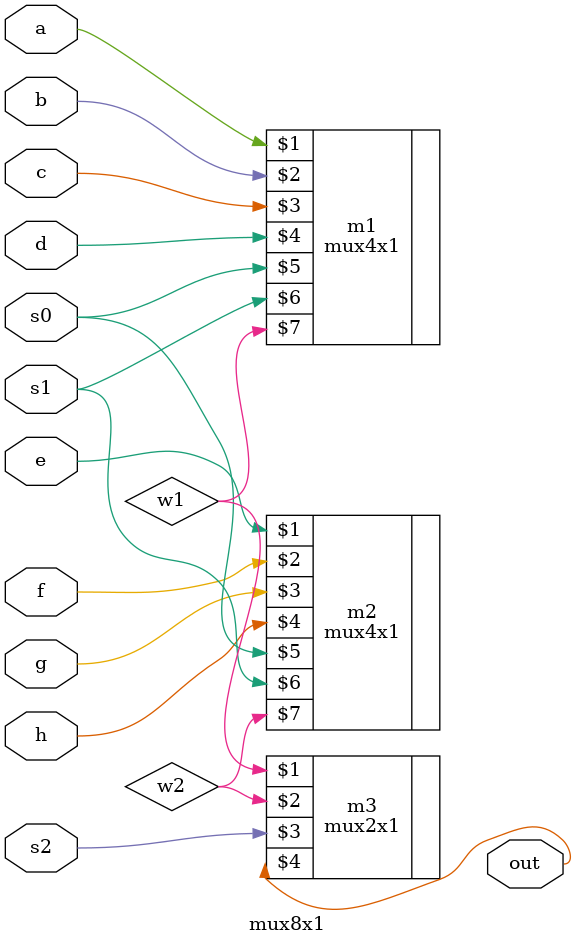
<source format=v>
`timescale 1ns / 1ps

module mux8x1(a,b,c,d,e,f,g,h,s0,s1,s2,out);
    input a,b,c,d,e,f,g,h,s0,s1,s2;
    output out;
    wire w1,w2;
    mux4x1 m1(a,b,c,d,s0,s1,w1);
    mux4x1 m2(e,f,g,h,s0,s1,w2);
    mux2x1 m3(w1,w2,s2,out);
endmodule

</source>
